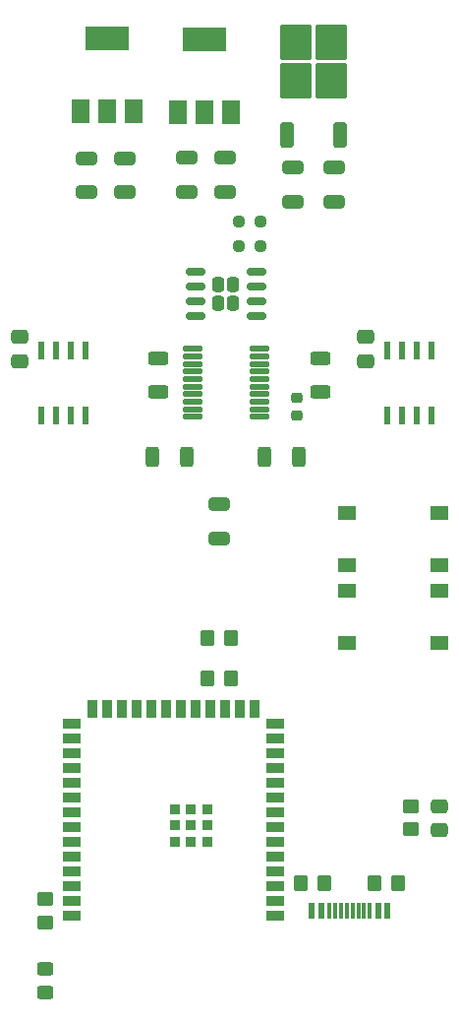
<source format=gtp>
G04 #@! TF.GenerationSoftware,KiCad,Pcbnew,7.0.7*
G04 #@! TF.CreationDate,2023-10-22T15:44:31+02:00*
G04 #@! TF.ProjectId,FC Control board 1.1,46432043-6f6e-4747-926f-6c20626f6172,rev?*
G04 #@! TF.SameCoordinates,Original*
G04 #@! TF.FileFunction,Paste,Top*
G04 #@! TF.FilePolarity,Positive*
%FSLAX46Y46*%
G04 Gerber Fmt 4.6, Leading zero omitted, Abs format (unit mm)*
G04 Created by KiCad (PCBNEW 7.0.7) date 2023-10-22 15:44:31*
%MOMM*%
%LPD*%
G01*
G04 APERTURE LIST*
G04 Aperture macros list*
%AMRoundRect*
0 Rectangle with rounded corners*
0 $1 Rounding radius*
0 $2 $3 $4 $5 $6 $7 $8 $9 X,Y pos of 4 corners*
0 Add a 4 corners polygon primitive as box body*
4,1,4,$2,$3,$4,$5,$6,$7,$8,$9,$2,$3,0*
0 Add four circle primitives for the rounded corners*
1,1,$1+$1,$2,$3*
1,1,$1+$1,$4,$5*
1,1,$1+$1,$6,$7*
1,1,$1+$1,$8,$9*
0 Add four rect primitives between the rounded corners*
20,1,$1+$1,$2,$3,$4,$5,0*
20,1,$1+$1,$4,$5,$6,$7,0*
20,1,$1+$1,$6,$7,$8,$9,0*
20,1,$1+$1,$8,$9,$2,$3,0*%
G04 Aperture macros list end*
%ADD10RoundRect,0.250000X0.650000X-0.325000X0.650000X0.325000X-0.650000X0.325000X-0.650000X-0.325000X0*%
%ADD11RoundRect,0.250000X-0.650000X0.325000X-0.650000X-0.325000X0.650000X-0.325000X0.650000X0.325000X0*%
%ADD12RoundRect,0.250000X0.475000X-0.337500X0.475000X0.337500X-0.475000X0.337500X-0.475000X-0.337500X0*%
%ADD13RoundRect,0.250000X-0.475000X0.337500X-0.475000X-0.337500X0.475000X-0.337500X0.475000X0.337500X0*%
%ADD14R,1.500000X2.000000*%
%ADD15R,3.800000X2.000000*%
%ADD16RoundRect,0.250000X0.350000X-0.850000X0.350000X0.850000X-0.350000X0.850000X-0.350000X-0.850000X0*%
%ADD17RoundRect,0.250000X1.125000X-1.275000X1.125000X1.275000X-1.125000X1.275000X-1.125000X-1.275000X0*%
%ADD18RoundRect,0.250000X0.350000X0.450000X-0.350000X0.450000X-0.350000X-0.450000X0.350000X-0.450000X0*%
%ADD19RoundRect,0.250000X-0.450000X0.325000X-0.450000X-0.325000X0.450000X-0.325000X0.450000X0.325000X0*%
%ADD20RoundRect,0.250000X0.255000X0.395000X-0.255000X0.395000X-0.255000X-0.395000X0.255000X-0.395000X0*%
%ADD21RoundRect,0.150000X0.662500X0.150000X-0.662500X0.150000X-0.662500X-0.150000X0.662500X-0.150000X0*%
%ADD22RoundRect,0.250000X-0.350000X-0.450000X0.350000X-0.450000X0.350000X0.450000X-0.350000X0.450000X0*%
%ADD23RoundRect,0.020500X0.764500X0.184500X-0.764500X0.184500X-0.764500X-0.184500X0.764500X-0.184500X0*%
%ADD24RoundRect,0.250000X0.450000X-0.350000X0.450000X0.350000X-0.450000X0.350000X-0.450000X-0.350000X0*%
%ADD25RoundRect,0.250000X-0.450000X0.350000X-0.450000X-0.350000X0.450000X-0.350000X0.450000X0.350000X0*%
%ADD26R,0.600000X1.650000*%
%ADD27R,1.550000X1.300000*%
%ADD28RoundRect,0.250000X0.625000X-0.312500X0.625000X0.312500X-0.625000X0.312500X-0.625000X-0.312500X0*%
%ADD29R,0.900000X0.900000*%
%ADD30R,1.500000X0.900000*%
%ADD31R,0.900000X1.500000*%
%ADD32R,0.600000X1.450000*%
%ADD33R,0.300000X1.450000*%
%ADD34RoundRect,0.237500X0.250000X0.237500X-0.250000X0.237500X-0.250000X-0.237500X0.250000X-0.237500X0*%
%ADD35RoundRect,0.225000X0.250000X-0.225000X0.250000X0.225000X-0.250000X0.225000X-0.250000X-0.225000X0*%
%ADD36RoundRect,0.250000X0.312500X0.625000X-0.312500X0.625000X-0.312500X-0.625000X0.312500X-0.625000X0*%
%ADD37RoundRect,0.250000X-0.312500X-0.625000X0.312500X-0.625000X0.312500X0.625000X-0.312500X0.625000X0*%
G04 APERTURE END LIST*
D10*
X194956000Y-127937000D03*
X194956000Y-124987000D03*
D11*
X206390000Y-154760000D03*
X206390000Y-157710000D03*
D12*
X225390000Y-182785000D03*
X225390000Y-180710000D03*
D13*
X189190000Y-140345000D03*
X189190000Y-142420000D03*
D14*
X194434000Y-120976000D03*
X196734000Y-120976000D03*
D15*
X196734000Y-114676000D03*
D14*
X199034000Y-120976000D03*
D16*
X212234000Y-122968000D03*
D17*
X212989000Y-118343000D03*
X216039000Y-118343000D03*
X212989000Y-114993000D03*
X216039000Y-114993000D03*
D16*
X216794000Y-122968000D03*
D18*
X215465000Y-187360000D03*
X213465000Y-187360000D03*
D19*
X191390000Y-194717000D03*
X191390000Y-196767000D03*
D10*
X198306000Y-127937000D03*
X198306000Y-124987000D03*
X212735000Y-128708000D03*
X212735000Y-125758000D03*
D20*
X207600000Y-137486000D03*
X207600000Y-135886000D03*
X206340000Y-137486000D03*
X206340000Y-135886000D03*
D21*
X209607500Y-138591000D03*
X209607500Y-137321000D03*
X209607500Y-136051000D03*
X209607500Y-134781000D03*
X204332500Y-134781000D03*
X204332500Y-136051000D03*
X204332500Y-137321000D03*
X204332500Y-138591000D03*
D22*
X219815000Y-187360000D03*
X221815000Y-187360000D03*
D23*
X209840000Y-147231000D03*
X209840000Y-146581000D03*
X209840000Y-145931000D03*
X209840000Y-145281000D03*
X209840000Y-144631000D03*
X209840000Y-143981000D03*
X209840000Y-143331000D03*
X209840000Y-142681000D03*
X209840000Y-142031000D03*
X209840000Y-141381000D03*
X204100000Y-141381000D03*
X204100000Y-142031000D03*
X204100000Y-142681000D03*
X204100000Y-143331000D03*
X204100000Y-143981000D03*
X204100000Y-144631000D03*
X204100000Y-145281000D03*
X204100000Y-145931000D03*
X204100000Y-146581000D03*
X204100000Y-147231000D03*
D24*
X222890000Y-182710000D03*
X222890000Y-180710000D03*
D25*
X191390000Y-188710000D03*
X191390000Y-190710000D03*
D26*
X191095000Y-147103500D03*
X192365000Y-147103500D03*
X193635000Y-147103500D03*
X194905000Y-147103500D03*
X194905000Y-141503500D03*
X193635000Y-141503500D03*
X192365000Y-141503500D03*
X191095000Y-141503500D03*
D27*
X225365000Y-166710000D03*
X217415000Y-166710000D03*
X225365000Y-162210000D03*
X217415000Y-162210000D03*
D28*
X215098000Y-145123484D03*
X215098000Y-142198484D03*
D18*
X207390000Y-169710000D03*
X205390000Y-169710000D03*
D29*
X205390000Y-183776000D03*
X205390000Y-182376000D03*
X205390000Y-180976000D03*
X203990000Y-183776000D03*
X203990000Y-182376000D03*
X203990000Y-180976000D03*
X202590000Y-183776000D03*
X202590000Y-182376000D03*
X202590000Y-180976000D03*
D30*
X211240000Y-190096000D03*
X211240000Y-188826000D03*
X211240000Y-187556000D03*
X211240000Y-186286000D03*
X211240000Y-185016000D03*
X211240000Y-183746000D03*
X211240000Y-182476000D03*
X211240000Y-181206000D03*
X211240000Y-179936000D03*
X211240000Y-178666000D03*
X211240000Y-177396000D03*
X211240000Y-176126000D03*
X211240000Y-174856000D03*
X211240000Y-173586000D03*
D31*
X209475000Y-172336000D03*
X208205000Y-172336000D03*
X206935000Y-172336000D03*
X205665000Y-172336000D03*
X204395000Y-172336000D03*
X203125000Y-172336000D03*
X201855000Y-172336000D03*
X200585000Y-172336000D03*
X199315000Y-172336000D03*
X198045000Y-172336000D03*
X196775000Y-172336000D03*
X195505000Y-172336000D03*
D30*
X193740000Y-173586000D03*
X193740000Y-174856000D03*
X193740000Y-176126000D03*
X193740000Y-177396000D03*
X193740000Y-178666000D03*
X193740000Y-179936000D03*
X193740000Y-181206000D03*
X193740000Y-182476000D03*
X193740000Y-183746000D03*
X193740000Y-185016000D03*
X193740000Y-186286000D03*
X193740000Y-187556000D03*
X193740000Y-188826000D03*
X193740000Y-190096000D03*
D14*
X202816000Y-121078000D03*
X205116000Y-121078000D03*
D15*
X205116000Y-114778000D03*
D14*
X207416000Y-121078000D03*
D32*
X214390000Y-189725000D03*
X215190000Y-189725000D03*
D33*
X216390000Y-189725000D03*
X217390000Y-189725000D03*
X217890000Y-189725000D03*
X218890000Y-189725000D03*
D32*
X220090000Y-189725000D03*
X220890000Y-189725000D03*
X220890000Y-189725000D03*
X220090000Y-189725000D03*
D33*
X219390000Y-189725000D03*
X218390000Y-189725000D03*
X216890000Y-189725000D03*
X215890000Y-189725000D03*
D32*
X215190000Y-189725000D03*
X214390000Y-189725000D03*
D10*
X206894000Y-127888000D03*
X206894000Y-124938000D03*
D34*
X209961965Y-132553246D03*
X208136965Y-132553246D03*
D13*
X219013599Y-140345000D03*
X219013599Y-142420000D03*
D35*
X213066000Y-147113000D03*
X213066000Y-145563000D03*
D34*
X209948764Y-130441271D03*
X208123764Y-130441271D03*
D27*
X225340000Y-159960000D03*
X217390000Y-159960000D03*
X225340000Y-155460000D03*
X217390000Y-155460000D03*
D26*
X220918599Y-147103500D03*
X222188599Y-147103500D03*
X223458599Y-147103500D03*
X224728599Y-147103500D03*
X224728599Y-141503500D03*
X223458599Y-141503500D03*
X222188599Y-141503500D03*
X220918599Y-141503500D03*
D10*
X216291000Y-128708000D03*
X216291000Y-125758000D03*
D36*
X213258500Y-150656000D03*
X210333500Y-150656000D03*
D28*
X201128000Y-145123484D03*
X201128000Y-142198484D03*
D37*
X200681500Y-150656000D03*
X203606500Y-150656000D03*
D22*
X205390000Y-166210000D03*
X207390000Y-166210000D03*
D10*
X203592000Y-127888000D03*
X203592000Y-124938000D03*
M02*

</source>
